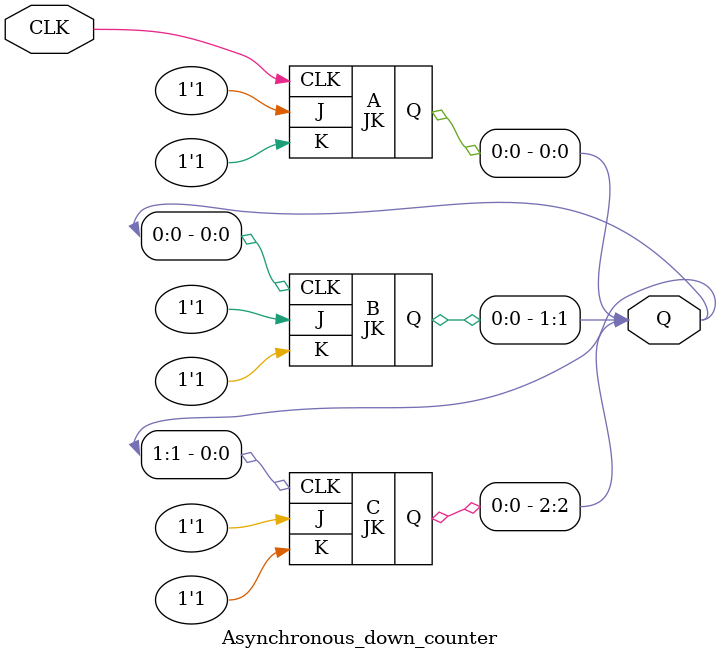
<source format=v>
`timescale 1ns / 1ps
module JK(Q,J,K,CLK);
input J,K,CLK;
output reg Q;
initial Q=1'b1;
always @ (posedge CLK)
case({J,K})
2'b00: Q<=Q;
2'b01: Q<=1'b0;
2'b10: Q<=1'b1;
2'b11: Q<=~Q;
endcase
endmodule

module Asynchronous_down_counter(Q,CLK);
input CLK;
output [2:0]Q;
JK   A (Q[0],1'b1,1'b1,CLK),
      B (Q[1],1'b1,1'b1,Q[0]),
      C (Q[2],1'b1,1'b1,Q[1]);
endmodule

</source>
